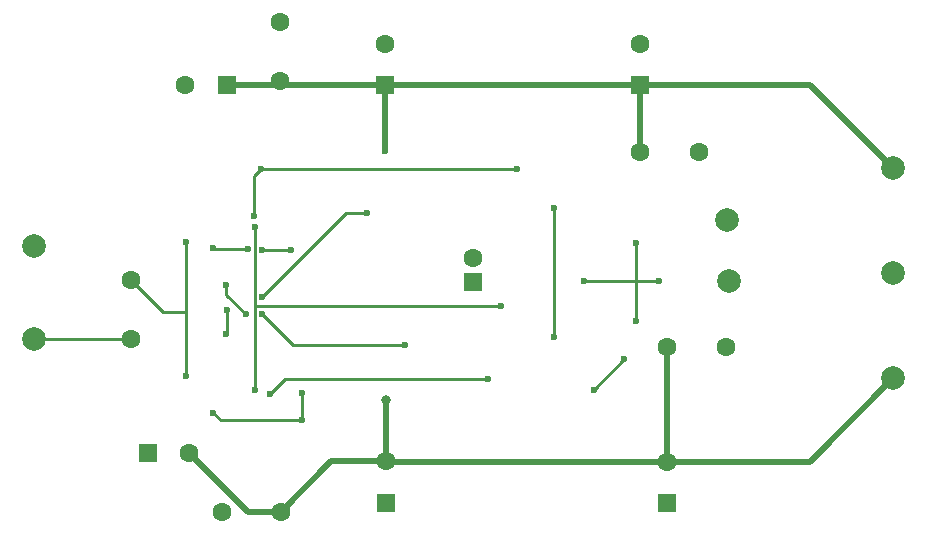
<source format=gbr>
G04 #@! TF.GenerationSoftware,KiCad,Pcbnew,(5.1.8-0-10_14)*
G04 #@! TF.CreationDate,2021-01-02T16:45:16+01:00*
G04 #@! TF.ProjectId,pre-amp-discret,7072652d-616d-4702-9d64-697363726574,rev?*
G04 #@! TF.SameCoordinates,Original*
G04 #@! TF.FileFunction,Copper,L2,Bot*
G04 #@! TF.FilePolarity,Positive*
%FSLAX46Y46*%
G04 Gerber Fmt 4.6, Leading zero omitted, Abs format (unit mm)*
G04 Created by KiCad (PCBNEW (5.1.8-0-10_14)) date 2021-01-02 16:45:16*
%MOMM*%
%LPD*%
G01*
G04 APERTURE LIST*
G04 #@! TA.AperFunction,ComponentPad*
%ADD10C,1.600000*%
G04 #@! TD*
G04 #@! TA.AperFunction,ComponentPad*
%ADD11R,1.600000X1.600000*%
G04 #@! TD*
G04 #@! TA.AperFunction,ComponentPad*
%ADD12C,2.000000*%
G04 #@! TD*
G04 #@! TA.AperFunction,ViaPad*
%ADD13C,0.600000*%
G04 #@! TD*
G04 #@! TA.AperFunction,ViaPad*
%ADD14C,0.800000*%
G04 #@! TD*
G04 #@! TA.AperFunction,Conductor*
%ADD15C,0.500000*%
G04 #@! TD*
G04 #@! TA.AperFunction,Conductor*
%ADD16C,0.250000*%
G04 #@! TD*
G04 APERTURE END LIST*
D10*
X176961800Y-102481500D03*
D11*
X176961800Y-105981500D03*
D10*
X155422600Y-137845800D03*
D11*
X155422600Y-141345800D03*
D10*
X155346400Y-102506900D03*
D11*
X155346400Y-106006900D03*
D10*
X162775900Y-120669300D03*
D11*
X162775900Y-122669300D03*
D10*
X138734800Y-137121900D03*
D11*
X135234800Y-137121900D03*
D10*
X138422500Y-105981500D03*
D11*
X141922500Y-105981500D03*
D10*
X179171600Y-137901800D03*
D11*
X179171600Y-141401800D03*
D10*
X141494500Y-142125700D03*
X146494500Y-142125700D03*
X146456400Y-105634800D03*
X146456400Y-100634800D03*
X184184300Y-128206500D03*
X179184300Y-128206500D03*
X176923700Y-111696500D03*
X181923700Y-111696500D03*
D12*
X184327800Y-117398800D03*
X184492900Y-122618500D03*
X198374000Y-121920000D03*
X125603000Y-127508000D03*
X198374000Y-130810000D03*
X125603000Y-119634000D03*
X198374000Y-113030000D03*
D10*
X133858000Y-127491500D03*
X133858000Y-122491500D03*
D13*
X171678600Y-105994200D03*
X167614600Y-105994200D03*
X155333700Y-111582200D03*
X138455400Y-119240300D03*
X138493500Y-130632200D03*
X165232200Y-137901800D03*
X169743000Y-137901800D03*
D14*
X155422600Y-132638800D03*
D13*
X164020500Y-130873500D03*
X145585100Y-132186600D03*
X144322800Y-131813300D03*
X144335500Y-118021100D03*
X165176200Y-124675900D03*
X172148500Y-122618500D03*
X176593500Y-119341900D03*
X176606200Y-125945900D03*
X178498500Y-122593100D03*
X169672000Y-127304800D03*
X169672000Y-116433600D03*
X172986700Y-131800600D03*
X175602900Y-129184400D03*
X166547800Y-113106200D03*
X144251600Y-117073600D03*
X144843500Y-113118900D03*
X157019428Y-127967047D03*
X144957800Y-125412500D03*
X143522700Y-125399800D03*
X141884400Y-122923300D03*
X140766800Y-119824500D03*
X147383500Y-119951500D03*
X144947800Y-119951500D03*
X143697800Y-119837200D03*
X144947800Y-123939300D03*
X141903200Y-127095500D03*
X141922500Y-125056900D03*
X153797000Y-116827300D03*
X148272500Y-134366000D03*
X148272500Y-132080000D03*
X140779500Y-133731000D03*
D15*
X178612800Y-105994200D02*
X171678600Y-105994200D01*
X171678600Y-105994200D02*
X167487600Y-105994200D01*
X178587400Y-106019600D02*
X178612800Y-105994200D01*
X191338200Y-105994200D02*
X198374000Y-113030000D01*
X178612800Y-105994200D02*
X191338200Y-105994200D01*
X155359100Y-105994200D02*
X155346400Y-106006900D01*
X167614600Y-105994200D02*
X155359100Y-105994200D01*
X155346400Y-111569500D02*
X155333700Y-111582200D01*
X155346400Y-106006900D02*
X155346400Y-111569500D01*
X141947900Y-106006900D02*
X141922500Y-105981500D01*
X146828500Y-106006900D02*
X146456400Y-105634800D01*
X155346400Y-106006900D02*
X146828500Y-106006900D01*
X146109700Y-105981500D02*
X146456400Y-105634800D01*
X141922500Y-105981500D02*
X146109700Y-105981500D01*
X176923700Y-106019600D02*
X176961800Y-105981500D01*
X176923700Y-111696500D02*
X176923700Y-106019600D01*
D16*
X133841500Y-127508000D02*
X133858000Y-127491500D01*
X125603000Y-127508000D02*
X133841500Y-127508000D01*
X138493500Y-119278400D02*
X138455400Y-119240300D01*
X133858000Y-122491500D02*
X136550400Y-125183900D01*
X136550400Y-125183900D02*
X138455400Y-125183900D01*
X138455400Y-125183900D02*
X138493500Y-125145800D01*
X138493500Y-125145800D02*
X138493500Y-119278400D01*
X138493500Y-130632200D02*
X138493500Y-125145800D01*
D15*
X191282200Y-137901800D02*
X198374000Y-130810000D01*
X179171600Y-137901800D02*
X191282200Y-137901800D01*
X155478600Y-137901800D02*
X155422600Y-137845800D01*
X165232200Y-137901800D02*
X165232200Y-137901800D01*
X179171600Y-137901800D02*
X169743000Y-137901800D01*
X165232200Y-137901800D02*
X155478600Y-137901800D01*
X169743000Y-137901800D02*
X165232200Y-137901800D01*
X155422600Y-137845800D02*
X155422600Y-132638800D01*
X155219400Y-138049000D02*
X155422600Y-137845800D01*
X150774400Y-137845800D02*
X146494500Y-142125700D01*
X155422600Y-137845800D02*
X150774400Y-137845800D01*
X143738600Y-142125700D02*
X138734800Y-137121900D01*
X146494500Y-142125700D02*
X143738600Y-142125700D01*
X179171600Y-128219200D02*
X179184300Y-128206500D01*
X179171600Y-137901800D02*
X179171600Y-128219200D01*
D16*
X146898200Y-130873500D02*
X145585100Y-132186600D01*
X164020500Y-130873500D02*
X146898200Y-130873500D01*
X144322800Y-118033800D02*
X144335500Y-118021100D01*
X156972000Y-124675900D02*
X144322800Y-124675900D01*
X144322800Y-124675900D02*
X144322800Y-118033800D01*
X144322800Y-131813300D02*
X144322800Y-124675900D01*
X156972000Y-124675900D02*
X165176200Y-124675900D01*
X172148500Y-122618500D02*
X176618900Y-122618500D01*
X176593500Y-122593100D02*
X176618900Y-122618500D01*
X176593500Y-119341900D02*
X176593500Y-122593100D01*
X176606200Y-122605800D02*
X176593500Y-122593100D01*
X176606200Y-125945900D02*
X176606200Y-122605800D01*
X176593500Y-122593100D02*
X178498500Y-122593100D01*
X169672000Y-127304800D02*
X169672000Y-117449600D01*
X169672000Y-117449600D02*
X169672000Y-116941600D01*
X169672000Y-116941600D02*
X169672000Y-116433600D01*
X172986700Y-131800600D02*
X175602900Y-129184400D01*
X166547800Y-113106200D02*
X166535100Y-113093500D01*
X144251600Y-113710800D02*
X144843500Y-113118900D01*
X144251600Y-117073600D02*
X144251600Y-113710800D01*
X166535100Y-113118900D02*
X166547800Y-113106200D01*
X144843500Y-113118900D02*
X166535100Y-113118900D01*
X147512347Y-127967047D02*
X144957800Y-125412500D01*
X157019428Y-127967047D02*
X147512347Y-127967047D01*
X141897100Y-123774200D02*
X143522700Y-125399800D01*
X141897100Y-122936000D02*
X141884400Y-122923300D01*
X141897100Y-123774200D02*
X141897100Y-122936000D01*
X140703300Y-119900700D02*
X140817600Y-119786400D01*
X147383500Y-119951500D02*
X144947800Y-119951500D01*
X140779500Y-119837200D02*
X140766800Y-119824500D01*
X143697800Y-119837200D02*
X140779500Y-119837200D01*
X141909800Y-127088900D02*
X141903200Y-127095500D01*
X141922500Y-127076200D02*
X141903200Y-127095500D01*
X141922500Y-125056900D02*
X141922500Y-127076200D01*
X144947800Y-123939300D02*
X152059800Y-116827300D01*
X152059800Y-116827300D02*
X153797000Y-116827300D01*
X148272500Y-134366000D02*
X148272500Y-132080000D01*
X141414500Y-134366000D02*
X140779500Y-133731000D01*
X148272500Y-134366000D02*
X141414500Y-134366000D01*
M02*

</source>
